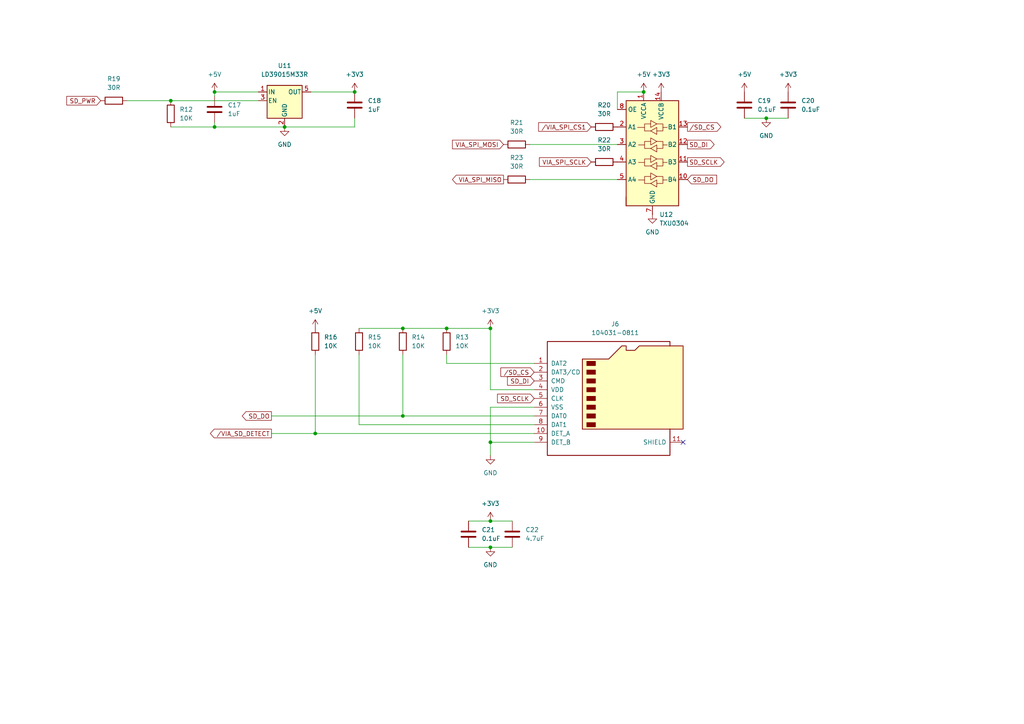
<source format=kicad_sch>
(kicad_sch (version 20211123) (generator eeschema)
  (paper "A4")
  (title_block (title "6502 SBC") (date "2022-03-07") (rev "2.2"))
  (lib_symbols
    (symbol "Connector:Micro_SD_Card_Det" (pin_names (offset 1.016))
      (property "Reference" "J" (at -16.51 17.78 0))
      (property "Value" "Micro_SD_Card_Det" (at 16.51 17.78 0))
      (symbol "Micro_SD_Card_Det_0_1"
        (rectangle (start -7.62 -6.985) (end -5.08 -8.255) (fill (type outline)))
        (rectangle (start -7.62 -4.445) (end -5.08 -5.715) (fill (type outline)))
        (rectangle (start -7.62 -1.905) (end -5.08 -3.175) (fill (type outline)))
        (rectangle (start -7.62 0.635) (end -5.08 -0.635) (fill (type outline)))
        (rectangle (start -7.62 3.175) (end -5.08 1.905) (fill (type outline)))
        (rectangle (start -7.62 5.715) (end -5.08 4.445) (fill (type outline)))
        (rectangle (start -7.62 8.255) (end -5.08 6.985) (fill (type outline)))
        (rectangle (start -7.62 10.795) (end -5.08 9.525) (fill (type outline)))
        (polyline (pts (xy 16.51 15.24) (xy 16.51 16.51) (xy -19.05 16.51) (xy -19.05 -16.51) (xy 16.51 -16.51) (xy 16.51 -8.89)) (stroke (width 0.254)))
        (polyline (pts (xy -8.89 -8.89) (xy -8.89 11.43) (xy -1.27 11.43) (xy 2.54 15.24) (xy 3.81 15.24) (xy 3.81 13.97) (xy 6.35 13.97) (xy 7.62 15.24) (xy 20.32 15.24) (xy 20.32 -8.89) (xy -8.89 -8.89)) (stroke (width 0.254)) (fill (type background)))
      )
      (symbol "Micro_SD_Card_Det_1_1"
        (pin bidirectional line (at -22.86 10.16 0) (length 3.81) (name "DAT2") (number "1"))
        (pin passive line (at -22.86 -10.16 0) (length 3.81) (name "DET_A") (number "10"))
        (pin passive line (at 20.32 -12.7 180) (length 3.81) (name "SHIELD") (number "11"))
        (pin bidirectional line (at -22.86 7.62 0) (length 3.81) (name "DAT3/CD") (number "2"))
        (pin input line (at -22.86 5.08 0) (length 3.81) (name "CMD") (number "3"))
        (pin power_in line (at -22.86 2.54 0) (length 3.81) (name "VDD") (number "4"))
        (pin input line (at -22.86 0 0) (length 3.81) (name "CLK") (number "5"))
        (pin power_in line (at -22.86 -2.54 0) (length 3.81) (name "VSS") (number "6"))
        (pin bidirectional line (at -22.86 -5.08 0) (length 3.81) (name "DAT0") (number "7"))
        (pin bidirectional line (at -22.86 -7.62 0) (length 3.81) (name "DAT1") (number "8"))
        (pin passive line (at -22.86 -12.7 0) (length 3.81) (name "DET_B") (number "9"))
      )
    )
    (symbol "Device:C" (pin_numbers hide) (pin_names (offset 0.254))
      (property "Reference" "C" (at 0.635 2.54 0))
      (property "Value" "C" (at 0.635 -2.54 0))
      (symbol "C_0_1"
        (polyline (pts (xy -2.032 -0.762) (xy 2.032 -0.762)) (stroke (width 0.508)))
        (polyline (pts (xy -2.032 0.762) (xy 2.032 0.762)) (stroke (width 0.508)))
      )
      (symbol "C_1_1"
        (pin passive line (at 0 3.81 270) (length 2.794) (name "~") (number "1"))
        (pin passive line (at 0 -3.81 90) (length 2.794) (name "~") (number "2"))
      )
    )
    (symbol "Device:R" (pin_numbers hide) (pin_names (offset 0))
      (property "Reference" "R" (at 2.032 0 90))
      (property "Value" "R" (at 0 0 90))
      (symbol "R_0_1"
        (rectangle (start -1.016 -2.54) (end 1.016 2.54) (stroke (width 0.254)))
      )
      (symbol "R_1_1"
        (pin passive line (at 0 3.81 270) (length 1.27) (name "~") (number "1"))
        (pin passive line (at 0 -3.81 90) (length 1.27) (name "~") (number "2"))
      )
    )
    (symbol "Logic_LevelTranslator:TXB0104D"
      (property "Reference" "U" (at -6.35 16.51 0))
      (property "Value" "TXB0104D" (at 3.81 16.51 0))
      (symbol "TXB0104D_0_1"
        (rectangle (start -7.62 -15.24) (end -7.62 -12.7) (stroke (width 0.254)))
        (rectangle (start -7.62 15.24) (end 7.62 -15.24) (stroke (width 0.254)) (fill (type background)))
        (polyline (pts (xy -2.286 -7.747) (xy -2.286 -6.731) (xy -0.508 -6.731)))
        (polyline (pts (xy -2.286 -2.667) (xy -2.286 -1.651) (xy -0.508 -1.651)))
        (polyline (pts (xy -2.286 2.413) (xy -2.286 3.429) (xy -0.508 3.429)))
        (polyline (pts (xy -2.286 7.493) (xy -2.286 8.509) (xy -0.508 8.509)))
        (polyline (pts (xy 3.048 -7.747) (xy 3.048 -8.763) (xy 1.27 -8.763)))
        (polyline (pts (xy 3.048 -2.667) (xy 3.048 -3.683) (xy 1.27 -3.683)))
        (polyline (pts (xy 3.048 2.413) (xy 3.048 1.397) (xy 1.27 1.397)))
        (polyline (pts (xy 3.048 7.493) (xy 3.048 6.477) (xy 1.27 6.477)))
        (polyline (pts (xy -0.508 -8.763) (xy -2.286 -8.763) (xy -2.286 -7.747) (xy -4.064 -7.747)))
        (polyline (pts (xy -0.508 -8.763) (xy 1.27 -7.747) (xy 1.27 -9.779) (xy -0.508 -8.763)))
        (polyline (pts (xy -0.508 -3.683) (xy -2.286 -3.683) (xy -2.286 -2.667) (xy -4.064 -2.667)))
        (polyline (pts (xy -0.508 -3.683) (xy 1.27 -2.667) (xy 1.27 -4.699) (xy -0.508 -3.683)))
        (polyline (pts (xy -0.508 1.397) (xy -2.286 1.397) (xy -2.286 2.413) (xy -4.064 2.413)))
        (polyline (pts (xy -0.508 1.397) (xy 1.27 2.413) (xy 1.27 0.381) (xy -0.508 1.397)))
        (polyline (pts (xy -0.508 6.477) (xy -2.286 6.477) (xy -2.286 7.493) (xy -4.318 7.493)))
        (polyline (pts (xy -0.508 6.477) (xy 1.27 7.493) (xy 1.27 5.461) (xy -0.508 6.477)))
        (polyline (pts (xy 1.27 -6.731) (xy -0.508 -7.747) (xy -0.508 -5.715) (xy 1.27 -6.731)))
        (polyline (pts (xy 1.27 -6.731) (xy 3.048 -6.731) (xy 3.048 -7.747) (xy 4.318 -7.747)))
        (polyline (pts (xy 1.27 -1.651) (xy -0.508 -2.667) (xy -0.508 -0.635) (xy 1.27 -1.651)))
        (polyline (pts (xy 1.27 -1.651) (xy 3.048 -1.651) (xy 3.048 -2.667) (xy 4.318 -2.667)))
        (polyline (pts (xy 1.27 3.429) (xy -0.508 2.413) (xy -0.508 4.445) (xy 1.27 3.429)))
        (polyline (pts (xy 1.27 3.429) (xy 3.048 3.429) (xy 3.048 2.413) (xy 4.318 2.413)))
        (polyline (pts (xy 1.27 8.509) (xy -0.508 7.493) (xy -0.508 9.525) (xy 1.27 8.509)))
        (polyline (pts (xy 1.27 8.509) (xy 3.048 8.509) (xy 3.048 7.493) (xy 4.318 7.493)))
      )
      (symbol "TXB0104D_1_1"
        (pin power_in line (at -2.54 17.78 270) (length 2.54) (name "VCCA") (number "1"))
        (pin bidirectional line (at 10.16 -7.62 180) (length 2.54) (name "B4") (number "10"))
        (pin bidirectional line (at 10.16 -2.54 180) (length 2.54) (name "B3") (number "11"))
        (pin bidirectional line (at 10.16 2.54 180) (length 2.54) (name "B2") (number "12"))
        (pin bidirectional line (at 10.16 7.62 180) (length 2.54) (name "B1") (number "13"))
        (pin power_in line (at 2.54 17.78 270) (length 2.54) (name "VCCB") (number "14"))
        (pin bidirectional line (at -10.16 7.62 0) (length 2.54) (name "A1") (number "2"))
        (pin bidirectional line (at -10.16 2.54 0) (length 2.54) (name "A2") (number "3"))
        (pin bidirectional line (at -10.16 -2.54 0) (length 2.54) (name "A3") (number "4"))
        (pin bidirectional line (at -10.16 -7.62 0) (length 2.54) (name "A4") (number "5"))
        (pin no_connect line (at -10.16 -12.7 0) (length 2.54) hide (name "NC") (number "6"))
        (pin power_in line (at 0 -17.78 90) (length 2.54) (name "GND") (number "7"))
        (pin input line (at -10.16 12.7 0) (length 2.54) (name "OE") (number "8"))
        (pin no_connect line (at 10.16 -12.7 180) (length 2.54) hide (name "NC") (number "9"))
      )
    )
    (symbol "Regulator_Linear:LD39015M33R" (pin_names (offset 0.254))
      (property "Reference" "U" (at -3.81 5.715 0))
      (property "Value" "LD39015M33R" (at 0 5.715 0))
      (symbol "LD39015M33R_0_1"
        (rectangle (start -5.08 4.445) (end 5.08 -5.08) (stroke (width 0.254)) (fill (type background)))
      )
      (symbol "LD39015M33R_1_1"
        (pin power_in line (at -7.62 2.54 0) (length 2.54) (name "IN") (number "1"))
        (pin power_in line (at 0 -7.62 90) (length 2.54) (name "GND") (number "2"))
        (pin input line (at -7.62 0 0) (length 2.54) (name "EN") (number "3"))
        (pin no_connect line (at 5.08 0 180) (length 2.54) hide (name "NC") (number "4"))
        (pin power_out line (at 7.62 2.54 180) (length 2.54) (name "OUT") (number "5"))
      )
    )
    (symbol "power:+3.3V" (power) (pin_names (offset 0))
      (property "Value" "+3.3V" (at 0 3.556 0))
      (symbol "+3.3V_0_1"
        (polyline (pts (xy -0.762 1.27) (xy 0 2.54)))
        (polyline (pts (xy 0 0) (xy 0 2.54)))
        (polyline (pts (xy 0 2.54) (xy 0.762 1.27)))
      )
      (symbol "+3.3V_1_1"
        (pin power_in line (at 0 0 90) (length 0) hide (name "+3V3") (number "1"))
      )
    )
    (symbol "power:+5V" (power) (pin_names (offset 0))
      (property "Value" "+5V" (at 0 3.556 0))
      (symbol "+5V_0_1"
        (polyline (pts (xy -0.762 1.27) (xy 0 2.54)))
        (polyline (pts (xy 0 0) (xy 0 2.54)))
        (polyline (pts (xy 0 2.54) (xy 0.762 1.27)))
      )
      (symbol "+5V_1_1"
        (pin power_in line (at 0 0 90) (length 0) hide (name "+5V") (number "1"))
      )
    )
    (symbol "power:GND" (power) (pin_names (offset 0))
      (property "Value" "GND" (at 0 -3.81 0))
      (symbol "GND_0_1"
        (polyline (pts (xy 0 0) (xy 0 -1.27) (xy 1.27 -1.27) (xy 0 -2.54) (xy -1.27 -1.27) (xy 0 -1.27)))
      )
      (symbol "GND_1_1"
        (pin power_in line (at 0 0 270) (length 0) hide (name "GND") (number "1"))
      )
    )
  )
  (junction (at 186.69 26.67))
  (junction (at 116.84 120.65))
  (junction (at 82.55 36.83))
  (junction (at 62.23 36.83))
  (junction (at 116.84 95.25))
  (junction (at 91.44 125.73))
  (junction (at 62.23 26.67))
  (junction (at 102.87 26.67))
  (junction (at 142.24 128.27))
  (junction (at 142.24 95.25))
  (junction (at 142.24 151.13))
  (junction (at 222.25 34.29))
  (junction (at 129.54 95.25))
  (junction (at 49.53 29.21))
  (junction (at 142.24 158.75))
  (no_connect (at 198.12 128.27))
  (wire (pts (xy 91.44 102.87) (xy 91.44 125.73)))
  (wire (pts (xy 154.94 113.03) (xy 142.24 113.03)))
  (wire (pts (xy 129.54 102.87) (xy 129.54 105.41)))
  (wire (pts (xy 142.24 158.75) (xy 148.59 158.75)))
  (wire (pts (xy 116.84 102.87) (xy 116.84 120.65)))
  (wire (pts (xy 90.17 26.67) (xy 102.87 26.67)))
  (wire (pts (xy 116.84 95.25) (xy 129.54 95.25)))
  (wire (pts (xy 104.14 95.25) (xy 116.84 95.25)))
  (wire (pts (xy 142.24 132.08) (xy 142.24 128.27)))
  (wire (pts (xy 116.84 120.65) (xy 154.94 120.65)))
  (wire (pts (xy 49.53 36.83) (xy 62.23 36.83)))
  (wire (pts (xy 102.87 34.29) (xy 102.87 36.83)))
  (wire (pts (xy 104.14 102.87) (xy 104.14 123.19)))
  (wire (pts (xy 129.54 105.41) (xy 154.94 105.41)))
  (wire (pts (xy 78.74 125.73) (xy 91.44 125.73)))
  (wire (pts (xy 62.23 26.67) (xy 62.23 27.94)))
  (wire (pts (xy 153.67 41.91) (xy 179.07 41.91)))
  (wire (pts (xy 215.9 34.29) (xy 222.25 34.29)))
  (wire (pts (xy 36.83 29.21) (xy 49.53 29.21)))
  (wire (pts (xy 135.89 158.75) (xy 142.24 158.75)))
  (wire (pts (xy 142.24 113.03) (xy 142.24 95.25)))
  (wire (pts (xy 62.23 36.83) (xy 82.55 36.83)))
  (wire (pts (xy 142.24 118.11) (xy 154.94 118.11)))
  (wire (pts (xy 179.07 31.75) (xy 179.07 26.67)))
  (wire (pts (xy 102.87 36.83) (xy 82.55 36.83)))
  (wire (pts (xy 78.74 120.65) (xy 116.84 120.65)))
  (wire (pts (xy 142.24 128.27) (xy 154.94 128.27)))
  (wire (pts (xy 222.25 34.29) (xy 228.6 34.29)))
  (wire (pts (xy 129.54 95.25) (xy 142.24 95.25)))
  (wire (pts (xy 49.53 29.21) (xy 74.93 29.21)))
  (wire (pts (xy 104.14 123.19) (xy 154.94 123.19)))
  (wire (pts (xy 62.23 35.56) (xy 62.23 36.83)))
  (wire (pts (xy 142.24 151.13) (xy 135.89 151.13)))
  (wire (pts (xy 148.59 151.13) (xy 142.24 151.13)))
  (wire (pts (xy 153.67 52.07) (xy 179.07 52.07)))
  (wire (pts (xy 142.24 118.11) (xy 142.24 128.27)))
  (wire (pts (xy 179.07 26.67) (xy 186.69 26.67)))
  (wire (pts (xy 91.44 125.73) (xy 154.94 125.73)))
  (wire (pts (xy 62.23 26.67) (xy 74.93 26.67)))
  (global_label "SD_DI" (shape output) (at 199.39 41.91 0) (property "Intersheet References" "${INTERSHEET_REFS}" (effects hide)))
  (global_label "SD_SCLK" (shape input) (at 154.94 115.57 180) (property "Intersheet References" "${INTERSHEET_REFS}" (effects hide)))
  (global_label "{slash}SD_CS" (shape output) (at 199.39 36.83 0) (property "Intersheet References" "${INTERSHEET_REFS}" (effects hide)))
  (global_label "SD_DI" (shape input) (at 154.94 110.49 180) (property "Intersheet References" "${INTERSHEET_REFS}" (effects hide)))
  (global_label "{slash}VIA_SD_DETECT" (shape output) (at 78.74 125.73 180) (property "Intersheet References" "${INTERSHEET_REFS}" (effects hide)))
  (global_label "SD_DO" (shape input) (at 199.39 52.07 0) (property "Intersheet References" "${INTERSHEET_REFS}" (effects hide)))
  (global_label "SD_PWR" (shape input) (at 29.21 29.21 180) (property "Intersheet References" "${INTERSHEET_REFS}" (effects hide)))
  (global_label "VIA_SPI_SCLK" (shape input) (at 171.45 46.99 180) (property "Intersheet References" "${INTERSHEET_REFS}" (effects hide)))
  (global_label "SD_DO" (shape output) (at 78.74 120.65 180) (property "Intersheet References" "${INTERSHEET_REFS}" (effects hide)))
  (global_label "{slash}SD_CS" (shape input) (at 154.94 107.95 180) (property "Intersheet References" "${INTERSHEET_REFS}" (effects hide)))
  (global_label "{slash}VIA_SPI_CS1" (shape input) (at 171.45 36.83 180) (property "Intersheet References" "${INTERSHEET_REFS}" (effects hide)))
  (global_label "SD_SCLK" (shape output) (at 199.39 46.99 0) (property "Intersheet References" "${INTERSHEET_REFS}" (effects hide)))
  (global_label "VIA_SPI_MOSI" (shape input) (at 146.05 41.91 180) (property "Intersheet References" "${INTERSHEET_REFS}" (effects hide)))
  (global_label "VIA_SPI_MISO" (shape output) (at 146.05 52.07 180) (property "Intersheet References" "${INTERSHEET_REFS}" (effects hide)))
  (symbol (lib_id "power:+3.3V") (at 142.24 151.13 0) (unit 1)
    (property "Reference" "#PWR0156" (effects hide))
    (property "Value" "+3.3V" (at 142.24 146.05 0))
  )
  (symbol (lib_id "power:+3.3V") (at 142.24 95.25 0) (unit 1)
    (property "Reference" "#PWR0124" (effects hide))
    (property "Value" "+3.3V" (at 142.24 90.17 0))
  )
  (symbol (lib_id "power:+3.3V") (at 191.77 26.67 0) (unit 1)
    (property "Reference" "#PWR0144" (effects hide))
    (property "Value" "+3.3V" (at 191.77 21.59 0))
  )
  (symbol (lib_id "power:+3.3V") (at 102.87 26.67 0) (unit 1)
    (property "Reference" "#PWR0161" (effects hide))
    (property "Value" "+3.3V" (at 102.87 21.59 0))
  )
  (symbol (lib_id "power:GND") (at 82.55 36.83 0) (unit 1)
    (property "Reference" "#PWR0162" (effects hide))
    (property "Value" "GND" (at 82.55 41.91 0))
  )
  (symbol (lib_id "power:GND") (at 142.24 158.75 0) (unit 1)
    (property "Reference" "#PWR0157" (effects hide))
    (property "Value" "GND" (at 142.24 163.83 0))
  )
  (symbol (lib_id "power:+5V") (at 215.9 26.67 0) (unit 1)
    (property "Reference" "#PWR0152" (effects hide))
    (property "Value" "+5V" (at 215.9 21.59 0))
  )
  (symbol (lib_id "Device:R") (at 149.86 41.91 270) (unit 1)
    (property "Reference" "R21" (at 149.86 35.56 90))
    (property "Value" "30R" (at 149.86 38.1 90))
    (property "Footprint" "Resistor_SMD:R_0805_2012Metric_Pad1.20x1.40mm_HandSolder" (effects hide))
  )
  (symbol (lib_id "Device:R") (at 175.26 36.83 270) (unit 1)
    (property "Reference" "R20" (at 175.26 30.48 90))
    (property "Value" "30R" (at 175.26 33.02 90))
    (property "Footprint" "Resistor_SMD:R_0805_2012Metric_Pad1.20x1.40mm_HandSolder" (effects hide))
  )
  (symbol (lib_id "Device:C") (at 102.87 30.48 0) (unit 1)
    (property "Reference" "C18" (at 106.68 29.2099 0) (effects (justify left)))
    (property "Value" "1uF" (at 106.68 31.7499 0) (effects (justify left)))
    (property "Footprint" "Capacitor_SMD:C_0805_2012Metric_Pad1.18x1.45mm_HandSolder" (effects hide))
  )
  (symbol (lib_id "power:+3.3V") (at 228.6 26.67 0) (unit 1)
    (property "Reference" "#PWR0153" (effects hide))
    (property "Value" "+3.3V" (at 228.6 21.59 0))
  )
  (symbol (lib_id "Device:R") (at 104.14 99.06 0) (unit 1)
    (property "Reference" "R15" (at 106.68 97.7899 0) (effects (justify left)))
    (property "Value" "10K" (at 106.68 100.3299 0) (effects (justify left)))
    (property "Footprint" "Resistor_SMD:R_0805_2012Metric_Pad1.20x1.40mm_HandSolder" (effects hide))
  )
  (symbol (lib_id "Device:C") (at 215.9 30.48 0) (unit 1)
    (property "Reference" "C19" (at 219.71 29.2099 0) (effects (justify left)))
    (property "Value" "0.1uF" (at 219.71 31.7499 0) (effects (justify left)))
    (property "Footprint" "Capacitor_SMD:C_0805_2012Metric_Pad1.18x1.45mm_HandSolder" (effects hide))
  )
  (symbol (lib_id "power:+5V") (at 91.44 95.25 0) (unit 1)
    (property "Reference" "#PWR0163" (effects hide))
    (property "Value" "+5V" (at 91.44 90.17 0))
  )
  (symbol (lib_id "Device:C") (at 62.23 31.75 0) (unit 1)
    (property "Reference" "C17" (at 66.04 30.4799 0) (effects (justify left)))
    (property "Value" "1uF" (at 66.04 33.0199 0) (effects (justify left)))
    (property "Footprint" "Capacitor_SMD:C_0805_2012Metric_Pad1.18x1.45mm_HandSolder" (effects hide))
  )
  (symbol (lib_id "power:GND") (at 222.25 34.29 0) (unit 1)
    (property "Reference" "#PWR0128" (effects hide))
    (property "Value" "GND" (at 222.25 39.37 0))
  )
  (symbol (lib_id "Device:C") (at 228.6 30.48 0) (unit 1)
    (property "Reference" "C20" (at 232.41 29.2099 0) (effects (justify left)))
    (property "Value" "0.1uF" (at 232.41 31.7499 0) (effects (justify left)))
    (property "Footprint" "Capacitor_SMD:C_0805_2012Metric_Pad1.18x1.45mm_HandSolder" (effects hide))
  )
  (symbol (lib_id "Device:R") (at 175.26 46.99 270) (unit 1)
    (property "Reference" "R22" (at 175.26 40.64 90))
    (property "Value" "30R" (at 175.26 43.18 90))
    (property "Footprint" "Resistor_SMD:R_0805_2012Metric_Pad1.20x1.40mm_HandSolder" (effects hide))
  )
  (symbol (lib_id "Device:R") (at 49.53 33.02 0) (unit 1)
    (property "Reference" "R12" (at 52.07 31.7499 0) (effects (justify left)))
    (property "Value" "10K" (at 52.07 34.2899 0) (effects (justify left)))
    (property "Footprint" "Resistor_SMD:R_0805_2012Metric_Pad1.20x1.40mm_HandSolder" (effects hide))
  )
  (symbol (lib_id "Device:R") (at 116.84 99.06 0) (unit 1)
    (property "Reference" "R14" (at 119.38 97.7899 0) (effects (justify left)))
    (property "Value" "10K" (at 119.38 100.3299 0) (effects (justify left)))
    (property "Footprint" "Resistor_SMD:R_0805_2012Metric_Pad1.20x1.40mm_HandSolder" (effects hide))
  )
  (symbol (lib_id "Device:R") (at 129.54 99.06 0) (unit 1)
    (property "Reference" "R13" (at 132.08 97.7899 0) (effects (justify left)))
    (property "Value" "10K" (at 132.08 100.3299 0) (effects (justify left)))
    (property "Footprint" "Resistor_SMD:R_0805_2012Metric_Pad1.20x1.40mm_HandSolder" (effects hide))
  )
  (symbol (lib_id "power:GND") (at 189.23 62.23 0) (unit 1)
    (property "Reference" "#PWR0127" (effects hide))
    (property "Value" "GND" (at 189.23 67.31 0))
  )
  (symbol (lib_id "Device:R") (at 91.44 99.06 0) (unit 1)
    (property "Reference" "R16" (at 93.98 97.7899 0) (effects (justify left)))
    (property "Value" "10K" (at 93.98 100.3299 0) (effects (justify left)))
    (property "Footprint" "Resistor_SMD:R_0805_2012Metric_Pad1.20x1.40mm_HandSolder" (effects hide))
  )
  (symbol (lib_id "Device:C") (at 148.59 154.94 0) (unit 1)
    (property "Reference" "C22" (at 152.4 153.6699 0) (effects (justify left)))
    (property "Value" "4.7uF" (at 152.4 156.2099 0) (effects (justify left)))
    (property "Footprint" "Capacitor_SMD:C_0805_2012Metric_Pad1.18x1.45mm_HandSolder" (effects hide))
  )
  (symbol (lib_id "power:GND") (at 142.24 132.08 0) (unit 1)
    (property "Reference" "#PWR0122" (effects hide))
    (property "Value" "GND" (at 142.24 137.16 0))
  )
  (symbol (lib_id "Connector:Micro_SD_Card_Det") (at 177.8 115.57 0) (unit 1)
    (property "Reference" "J6" (at 178.435 93.98 0))
    (property "Value" "104031-0811" (at 178.435 96.52 0))
    (property "Footprint" "Project_Connector_Card:microSD_HC_Molex_104031-0811_HandSoler" (effects hide))
    (property "Datasheet" "https://www.molex.com/pdm_docs/sd/1040310811_sd.pdf" (effects hide))
  )
  (symbol (lib_id "Logic_LevelTranslator:TXB0104D") (at 189.23 44.45 0) (unit 1)
    (property "Reference" "U12" (at 191.2494 62.23 0) (effects (justify left)))
    (property "Value" "TXU0304" (at 191.2494 64.77 0) (effects (justify left)))
    (property "Footprint" "Package_SO:TSSOP-14_4.4x5mm_P0.65mm" (effects hide))
    (property "Datasheet" "http://www.ti.com/lit/ds/symlink/txb0104.pdf" (effects hide))
  )
  (symbol (lib_id "Device:R") (at 149.86 52.07 270) (unit 1)
    (property "Reference" "R23" (at 149.86 45.72 90))
    (property "Value" "30R" (at 149.86 48.26 90))
    (property "Footprint" "Resistor_SMD:R_0805_2012Metric_Pad1.20x1.40mm_HandSolder" (effects hide))
  )
  (symbol (lib_id "Regulator_Linear:LD39015M33R") (at 82.55 29.21 0) (unit 1)
    (property "Reference" "U11" (at 82.55 19.05 0))
    (property "Value" "LD39015M33R" (at 82.55 21.59 0))
    (property "Footprint" "Package_TO_SOT_SMD:SOT-23-5_HandSoldering" (effects hide))
    (property "Datasheet" "http://www.st.com/resource/en/datasheet/ld39015.pdf" (effects hide))
  )
  (symbol (lib_id "Device:C") (at 135.89 154.94 0) (unit 1)
    (property "Reference" "C21" (at 139.7 153.6699 0) (effects (justify left)))
    (property "Value" "0.1uF" (at 139.7 156.2099 0) (effects (justify left)))
    (property "Footprint" "Capacitor_SMD:C_0805_2012Metric_Pad1.18x1.45mm_HandSolder" (effects hide))
  )
  (symbol (lib_id "power:+5V") (at 186.69 26.67 0) (unit 1)
    (property "Reference" "#PWR0155" (effects hide))
    (property "Value" "+5V" (at 186.69 21.59 0))
  )
  (symbol (lib_id "power:+5V") (at 62.23 26.67 0) (unit 1)
    (property "Reference" "#PWR0150" (effects hide))
    (property "Value" "+5V" (at 62.23 21.59 0))
  )
  (symbol (lib_id "Device:R") (at 33.02 29.21 270) (unit 1)
    (property "Reference" "R19" (at 33.02 22.86 90))
    (property "Value" "30R" (at 33.02 25.4 90))
    (property "Footprint" "Resistor_SMD:R_0805_2012Metric_Pad1.20x1.40mm_HandSolder" (effects hide))
  )
)
</source>
